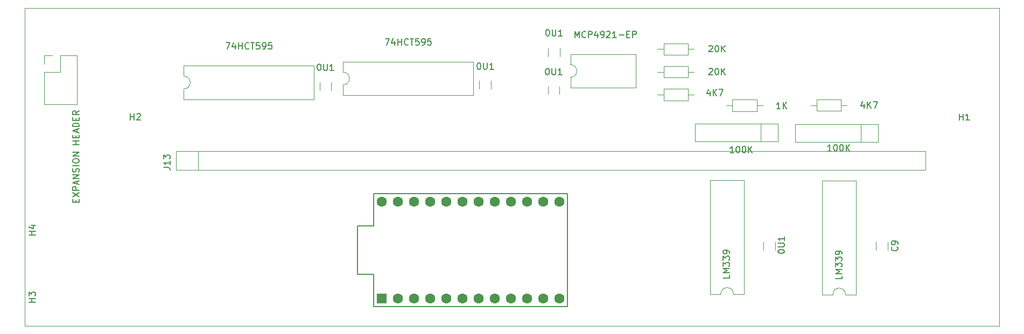
<source format=gbr>
G04 #@! TF.GenerationSoftware,KiCad,Pcbnew,(5.99.0-2620-gc6e388db1)*
G04 #@! TF.CreationDate,2020-10-01T22:16:18+03:00*
G04 #@! TF.ProjectId,TH-XWhatsIt-F,54482d58-5768-4617-9473-49742d462e6b,0.0.3*
G04 #@! TF.SameCoordinates,Original*
G04 #@! TF.FileFunction,Legend,Top*
G04 #@! TF.FilePolarity,Positive*
%FSLAX46Y46*%
G04 Gerber Fmt 4.6, Leading zero omitted, Abs format (unit mm)*
G04 Created by KiCad (PCBNEW (5.99.0-2620-gc6e388db1)) date 2020-10-01 22:16:18*
%MOMM*%
%LPD*%
G01*
G04 APERTURE LIST*
G04 #@! TA.AperFunction,Profile*
%ADD10C,0.050000*%
G04 #@! TD*
%ADD11C,0.150000*%
%ADD12C,0.120000*%
%ADD13R,1.600000X1.600000*%
%ADD14C,1.600000*%
G04 APERTURE END LIST*
D10*
X39166800Y-128676400D02*
X192481200Y-128676400D01*
X192481200Y-128676400D02*
X192481200Y-178714400D01*
X192481200Y-178714400D02*
X39166800Y-178714400D01*
X39166800Y-178714400D02*
X39166800Y-128676400D01*
D11*
X95892182Y-133501124D02*
X96558849Y-133501124D01*
X96130278Y-134501124D01*
X97368373Y-133834458D02*
X97368373Y-134501124D01*
X97130278Y-133453505D02*
X96892182Y-134167791D01*
X97511230Y-134167791D01*
X97892182Y-134501124D02*
X97892182Y-133501124D01*
X97892182Y-133977315D02*
X98463611Y-133977315D01*
X98463611Y-134501124D02*
X98463611Y-133501124D01*
X99511230Y-134405886D02*
X99463611Y-134453505D01*
X99320754Y-134501124D01*
X99225516Y-134501124D01*
X99082659Y-134453505D01*
X98987420Y-134358267D01*
X98939801Y-134263029D01*
X98892182Y-134072553D01*
X98892182Y-133929696D01*
X98939801Y-133739220D01*
X98987420Y-133643982D01*
X99082659Y-133548744D01*
X99225516Y-133501124D01*
X99320754Y-133501124D01*
X99463611Y-133548744D01*
X99511230Y-133596363D01*
X99796944Y-133501124D02*
X100368373Y-133501124D01*
X100082659Y-134501124D02*
X100082659Y-133501124D01*
X101177897Y-133501124D02*
X100701706Y-133501124D01*
X100654087Y-133977315D01*
X100701706Y-133929696D01*
X100796944Y-133882077D01*
X101035040Y-133882077D01*
X101130278Y-133929696D01*
X101177897Y-133977315D01*
X101225516Y-134072553D01*
X101225516Y-134310648D01*
X101177897Y-134405886D01*
X101130278Y-134453505D01*
X101035040Y-134501124D01*
X100796944Y-134501124D01*
X100701706Y-134453505D01*
X100654087Y-134405886D01*
X101701706Y-134501124D02*
X101892182Y-134501124D01*
X101987420Y-134453505D01*
X102035040Y-134405886D01*
X102130278Y-134263029D01*
X102177897Y-134072553D01*
X102177897Y-133691601D01*
X102130278Y-133596363D01*
X102082659Y-133548744D01*
X101987420Y-133501124D01*
X101796944Y-133501124D01*
X101701706Y-133548744D01*
X101654087Y-133596363D01*
X101606468Y-133691601D01*
X101606468Y-133929696D01*
X101654087Y-134024934D01*
X101701706Y-134072553D01*
X101796944Y-134120172D01*
X101987420Y-134120172D01*
X102082659Y-134072553D01*
X102130278Y-134024934D01*
X102177897Y-133929696D01*
X103082659Y-133501124D02*
X102606468Y-133501124D01*
X102558849Y-133977315D01*
X102606468Y-133929696D01*
X102701706Y-133882077D01*
X102939801Y-133882077D01*
X103035040Y-133929696D01*
X103082659Y-133977315D01*
X103130278Y-134072553D01*
X103130278Y-134310648D01*
X103082659Y-134405886D01*
X103035040Y-134453505D01*
X102939801Y-134501124D01*
X102701706Y-134501124D01*
X102606468Y-134453505D01*
X102558849Y-134405886D01*
X146794695Y-138257019D02*
X146842314Y-138209400D01*
X146937552Y-138161780D01*
X147175647Y-138161780D01*
X147270885Y-138209400D01*
X147318504Y-138257019D01*
X147366123Y-138352257D01*
X147366123Y-138447495D01*
X147318504Y-138590352D01*
X146747076Y-139161780D01*
X147366123Y-139161780D01*
X147985171Y-138161780D02*
X148080409Y-138161780D01*
X148175647Y-138209400D01*
X148223266Y-138257019D01*
X148270885Y-138352257D01*
X148318504Y-138542733D01*
X148318504Y-138780828D01*
X148270885Y-138971304D01*
X148223266Y-139066542D01*
X148175647Y-139114161D01*
X148080409Y-139161780D01*
X147985171Y-139161780D01*
X147889933Y-139114161D01*
X147842314Y-139066542D01*
X147794695Y-138971304D01*
X147747076Y-138780828D01*
X147747076Y-138542733D01*
X147794695Y-138352257D01*
X147842314Y-138257019D01*
X147889933Y-138209400D01*
X147985171Y-138161780D01*
X148747076Y-139161780D02*
X148747076Y-138161780D01*
X149318504Y-139161780D02*
X148889933Y-138590352D01*
X149318504Y-138161780D02*
X148747076Y-138733209D01*
X150010957Y-170692796D02*
X150010957Y-171168986D01*
X149010957Y-171168986D01*
X150010957Y-170359462D02*
X149010957Y-170359462D01*
X149725243Y-170026129D01*
X149010957Y-169692796D01*
X150010957Y-169692796D01*
X149010957Y-169311843D02*
X149010957Y-168692796D01*
X149391910Y-169026129D01*
X149391910Y-168883272D01*
X149439529Y-168788034D01*
X149487148Y-168740415D01*
X149582386Y-168692796D01*
X149820481Y-168692796D01*
X149915719Y-168740415D01*
X149963338Y-168788034D01*
X150010957Y-168883272D01*
X150010957Y-169168986D01*
X149963338Y-169264224D01*
X149915719Y-169311843D01*
X149010957Y-168359462D02*
X149010957Y-167740415D01*
X149391910Y-168073748D01*
X149391910Y-167930891D01*
X149439529Y-167835653D01*
X149487148Y-167788034D01*
X149582386Y-167740415D01*
X149820481Y-167740415D01*
X149915719Y-167788034D01*
X149963338Y-167835653D01*
X150010957Y-167930891D01*
X150010957Y-168216605D01*
X149963338Y-168311843D01*
X149915719Y-168359462D01*
X150010957Y-167264224D02*
X150010957Y-167073748D01*
X149963338Y-166978510D01*
X149915719Y-166930891D01*
X149772862Y-166835653D01*
X149582386Y-166788034D01*
X149201434Y-166788034D01*
X149106196Y-166835653D01*
X149058577Y-166883272D01*
X149010957Y-166978510D01*
X149010957Y-167168986D01*
X149058577Y-167264224D01*
X149106196Y-167311843D01*
X149201434Y-167359462D01*
X149439529Y-167359462D01*
X149534767Y-167311843D01*
X149582386Y-167264224D01*
X149630005Y-167168986D01*
X149630005Y-166978510D01*
X149582386Y-166883272D01*
X149534767Y-166835653D01*
X149439529Y-166788034D01*
X125700289Y-133335530D02*
X125700289Y-132335530D01*
X126033622Y-133049816D01*
X126366955Y-132335530D01*
X126366955Y-133335530D01*
X127414574Y-133240292D02*
X127366955Y-133287911D01*
X127224098Y-133335530D01*
X127128860Y-133335530D01*
X126986003Y-133287911D01*
X126890765Y-133192673D01*
X126843146Y-133097435D01*
X126795527Y-132906959D01*
X126795527Y-132764102D01*
X126843146Y-132573626D01*
X126890765Y-132478388D01*
X126986003Y-132383150D01*
X127128860Y-132335530D01*
X127224098Y-132335530D01*
X127366955Y-132383150D01*
X127414574Y-132430769D01*
X127843146Y-133335530D02*
X127843146Y-132335530D01*
X128224098Y-132335530D01*
X128319336Y-132383150D01*
X128366955Y-132430769D01*
X128414574Y-132526007D01*
X128414574Y-132668864D01*
X128366955Y-132764102D01*
X128319336Y-132811721D01*
X128224098Y-132859340D01*
X127843146Y-132859340D01*
X129271717Y-132668864D02*
X129271717Y-133335530D01*
X129033622Y-132287911D02*
X128795527Y-133002197D01*
X129414574Y-133002197D01*
X129843146Y-133335530D02*
X130033622Y-133335530D01*
X130128860Y-133287911D01*
X130176479Y-133240292D01*
X130271717Y-133097435D01*
X130319336Y-132906959D01*
X130319336Y-132526007D01*
X130271717Y-132430769D01*
X130224098Y-132383150D01*
X130128860Y-132335530D01*
X129938384Y-132335530D01*
X129843146Y-132383150D01*
X129795527Y-132430769D01*
X129747908Y-132526007D01*
X129747908Y-132764102D01*
X129795527Y-132859340D01*
X129843146Y-132906959D01*
X129938384Y-132954578D01*
X130128860Y-132954578D01*
X130224098Y-132906959D01*
X130271717Y-132859340D01*
X130319336Y-132764102D01*
X130700289Y-132430769D02*
X130747908Y-132383150D01*
X130843146Y-132335530D01*
X131081241Y-132335530D01*
X131176479Y-132383150D01*
X131224098Y-132430769D01*
X131271717Y-132526007D01*
X131271717Y-132621245D01*
X131224098Y-132764102D01*
X130652670Y-133335530D01*
X131271717Y-133335530D01*
X132224098Y-133335530D02*
X131652670Y-133335530D01*
X131938384Y-133335530D02*
X131938384Y-132335530D01*
X131843146Y-132478388D01*
X131747908Y-132573626D01*
X131652670Y-132621245D01*
X132652670Y-132954578D02*
X133414574Y-132954578D01*
X133890765Y-132811721D02*
X134224098Y-132811721D01*
X134366955Y-133335530D02*
X133890765Y-133335530D01*
X133890765Y-132335530D01*
X134366955Y-132335530D01*
X134795527Y-133335530D02*
X134795527Y-132335530D01*
X135176479Y-132335530D01*
X135271717Y-132383150D01*
X135319336Y-132430769D01*
X135366955Y-132526007D01*
X135366955Y-132668864D01*
X135319336Y-132764102D01*
X135271717Y-132811721D01*
X135176479Y-132859340D01*
X134795527Y-132859340D01*
X121378322Y-132058359D02*
X121473561Y-132058359D01*
X121568799Y-132105979D01*
X121616418Y-132153598D01*
X121664037Y-132248836D01*
X121711656Y-132439312D01*
X121711656Y-132677407D01*
X121664037Y-132867883D01*
X121616418Y-132963121D01*
X121568799Y-133010740D01*
X121473561Y-133058359D01*
X121378322Y-133058359D01*
X121283084Y-133010740D01*
X121235465Y-132963121D01*
X121187846Y-132867883D01*
X121140227Y-132677407D01*
X121140227Y-132439312D01*
X121187846Y-132248836D01*
X121235465Y-132153598D01*
X121283084Y-132105979D01*
X121378322Y-132058359D01*
X122140227Y-132058359D02*
X122140227Y-132867883D01*
X122187846Y-132963121D01*
X122235465Y-133010740D01*
X122330703Y-133058359D01*
X122521180Y-133058359D01*
X122616418Y-133010740D01*
X122664037Y-132963121D01*
X122711656Y-132867883D01*
X122711656Y-132058359D01*
X123711656Y-133058359D02*
X123140227Y-133058359D01*
X123425942Y-133058359D02*
X123425942Y-132058359D01*
X123330703Y-132201217D01*
X123235465Y-132296455D01*
X123140227Y-132344074D01*
X146794695Y-134675619D02*
X146842314Y-134628000D01*
X146937552Y-134580380D01*
X147175647Y-134580380D01*
X147270885Y-134628000D01*
X147318504Y-134675619D01*
X147366123Y-134770857D01*
X147366123Y-134866095D01*
X147318504Y-135008952D01*
X146747076Y-135580380D01*
X147366123Y-135580380D01*
X147985171Y-134580380D02*
X148080409Y-134580380D01*
X148175647Y-134628000D01*
X148223266Y-134675619D01*
X148270885Y-134770857D01*
X148318504Y-134961333D01*
X148318504Y-135199428D01*
X148270885Y-135389904D01*
X148223266Y-135485142D01*
X148175647Y-135532761D01*
X148080409Y-135580380D01*
X147985171Y-135580380D01*
X147889933Y-135532761D01*
X147842314Y-135485142D01*
X147794695Y-135389904D01*
X147747076Y-135199428D01*
X147747076Y-134961333D01*
X147794695Y-134770857D01*
X147842314Y-134675619D01*
X147889933Y-134628000D01*
X147985171Y-134580380D01*
X148747076Y-135580380D02*
X148747076Y-134580380D01*
X149318504Y-135580380D02*
X148889933Y-135008952D01*
X149318504Y-134580380D02*
X148747076Y-135151809D01*
X47206293Y-159208900D02*
X47206293Y-158875566D01*
X47730102Y-158732709D02*
X47730102Y-159208900D01*
X46730102Y-159208900D01*
X46730102Y-158732709D01*
X46730102Y-158399376D02*
X47730102Y-157732709D01*
X46730102Y-157732709D02*
X47730102Y-158399376D01*
X47730102Y-157351757D02*
X46730102Y-157351757D01*
X46730102Y-156970804D01*
X46777722Y-156875566D01*
X46825341Y-156827947D01*
X46920579Y-156780328D01*
X47063436Y-156780328D01*
X47158674Y-156827947D01*
X47206293Y-156875566D01*
X47253912Y-156970804D01*
X47253912Y-157351757D01*
X47444388Y-156399376D02*
X47444388Y-155923185D01*
X47730102Y-156494614D02*
X46730102Y-156161281D01*
X47730102Y-155827947D01*
X47730102Y-155494614D02*
X46730102Y-155494614D01*
X47730102Y-154923185D01*
X46730102Y-154923185D01*
X47682483Y-154494614D02*
X47730102Y-154351757D01*
X47730102Y-154113662D01*
X47682483Y-154018423D01*
X47634864Y-153970804D01*
X47539626Y-153923185D01*
X47444388Y-153923185D01*
X47349150Y-153970804D01*
X47301531Y-154018423D01*
X47253912Y-154113662D01*
X47206293Y-154304138D01*
X47158674Y-154399376D01*
X47111055Y-154446995D01*
X47015817Y-154494614D01*
X46920579Y-154494614D01*
X46825341Y-154446995D01*
X46777722Y-154399376D01*
X46730102Y-154304138D01*
X46730102Y-154066043D01*
X46777722Y-153923185D01*
X47730102Y-153494614D02*
X46730102Y-153494614D01*
X46730102Y-152827947D02*
X46730102Y-152637471D01*
X46777722Y-152542233D01*
X46872960Y-152446995D01*
X47063436Y-152399376D01*
X47396769Y-152399376D01*
X47587245Y-152446995D01*
X47682483Y-152542233D01*
X47730102Y-152637471D01*
X47730102Y-152827947D01*
X47682483Y-152923185D01*
X47587245Y-153018423D01*
X47396769Y-153066043D01*
X47063436Y-153066043D01*
X46872960Y-153018423D01*
X46777722Y-152923185D01*
X46730102Y-152827947D01*
X47730102Y-151970804D02*
X46730102Y-151970804D01*
X47730102Y-151399376D01*
X46730102Y-151399376D01*
X47730102Y-150161281D02*
X46730102Y-150161281D01*
X47206293Y-150161281D02*
X47206293Y-149589852D01*
X47730102Y-149589852D02*
X46730102Y-149589852D01*
X47206293Y-149113662D02*
X47206293Y-148780328D01*
X47730102Y-148637471D02*
X47730102Y-149113662D01*
X46730102Y-149113662D01*
X46730102Y-148637471D01*
X47444388Y-148256519D02*
X47444388Y-147780328D01*
X47730102Y-148351757D02*
X46730102Y-148018423D01*
X47730102Y-147685090D01*
X47730102Y-147351757D02*
X46730102Y-147351757D01*
X46730102Y-147113662D01*
X46777722Y-146970804D01*
X46872960Y-146875566D01*
X46968198Y-146827947D01*
X47158674Y-146780328D01*
X47301531Y-146780328D01*
X47492007Y-146827947D01*
X47587245Y-146875566D01*
X47682483Y-146970804D01*
X47730102Y-147113662D01*
X47730102Y-147351757D01*
X47206293Y-146351757D02*
X47206293Y-146018423D01*
X47730102Y-145875566D02*
X47730102Y-146351757D01*
X46730102Y-146351757D01*
X46730102Y-145875566D01*
X47730102Y-144875566D02*
X47253912Y-145208900D01*
X47730102Y-145446995D02*
X46730102Y-145446995D01*
X46730102Y-145066043D01*
X46777722Y-144970804D01*
X46825341Y-144923185D01*
X46920579Y-144875566D01*
X47063436Y-144875566D01*
X47158674Y-144923185D01*
X47206293Y-144970804D01*
X47253912Y-145066043D01*
X47253912Y-145446995D01*
X146940685Y-141822514D02*
X146940685Y-142489180D01*
X146702590Y-141441561D02*
X146464495Y-142155847D01*
X147083542Y-142155847D01*
X147464495Y-142489180D02*
X147464495Y-141489180D01*
X148035923Y-142489180D02*
X147607352Y-141917752D01*
X148035923Y-141489180D02*
X147464495Y-142060609D01*
X148369257Y-141489180D02*
X149035923Y-141489180D01*
X148607352Y-142489180D01*
X70832230Y-134124492D02*
X71498897Y-134124492D01*
X71070326Y-135124492D01*
X72308421Y-134457826D02*
X72308421Y-135124492D01*
X72070326Y-134076873D02*
X71832230Y-134791159D01*
X72451278Y-134791159D01*
X72832230Y-135124492D02*
X72832230Y-134124492D01*
X72832230Y-134600683D02*
X73403659Y-134600683D01*
X73403659Y-135124492D02*
X73403659Y-134124492D01*
X74451278Y-135029254D02*
X74403659Y-135076873D01*
X74260802Y-135124492D01*
X74165564Y-135124492D01*
X74022707Y-135076873D01*
X73927468Y-134981635D01*
X73879849Y-134886397D01*
X73832230Y-134695921D01*
X73832230Y-134553064D01*
X73879849Y-134362588D01*
X73927468Y-134267350D01*
X74022707Y-134172112D01*
X74165564Y-134124492D01*
X74260802Y-134124492D01*
X74403659Y-134172112D01*
X74451278Y-134219731D01*
X74736992Y-134124492D02*
X75308421Y-134124492D01*
X75022707Y-135124492D02*
X75022707Y-134124492D01*
X76117945Y-134124492D02*
X75641754Y-134124492D01*
X75594135Y-134600683D01*
X75641754Y-134553064D01*
X75736992Y-134505445D01*
X75975088Y-134505445D01*
X76070326Y-134553064D01*
X76117945Y-134600683D01*
X76165564Y-134695921D01*
X76165564Y-134934016D01*
X76117945Y-135029254D01*
X76070326Y-135076873D01*
X75975088Y-135124492D01*
X75736992Y-135124492D01*
X75641754Y-135076873D01*
X75594135Y-135029254D01*
X76641754Y-135124492D02*
X76832230Y-135124492D01*
X76927468Y-135076873D01*
X76975088Y-135029254D01*
X77070326Y-134886397D01*
X77117945Y-134695921D01*
X77117945Y-134314969D01*
X77070326Y-134219731D01*
X77022707Y-134172112D01*
X76927468Y-134124492D01*
X76736992Y-134124492D01*
X76641754Y-134172112D01*
X76594135Y-134219731D01*
X76546516Y-134314969D01*
X76546516Y-134553064D01*
X76594135Y-134648302D01*
X76641754Y-134695921D01*
X76736992Y-134743540D01*
X76927468Y-134743540D01*
X77022707Y-134695921D01*
X77070326Y-134648302D01*
X77117945Y-134553064D01*
X78022707Y-134124492D02*
X77546516Y-134124492D01*
X77498897Y-134600683D01*
X77546516Y-134553064D01*
X77641754Y-134505445D01*
X77879849Y-134505445D01*
X77975088Y-134553064D01*
X78022707Y-134600683D01*
X78070326Y-134695921D01*
X78070326Y-134934016D01*
X78022707Y-135029254D01*
X77975088Y-135076873D01*
X77879849Y-135124492D01*
X77641754Y-135124492D01*
X77546516Y-135076873D01*
X77498897Y-135029254D01*
X85448561Y-137504632D02*
X85543800Y-137504632D01*
X85639038Y-137552252D01*
X85686657Y-137599871D01*
X85734276Y-137695109D01*
X85781895Y-137885585D01*
X85781895Y-138123680D01*
X85734276Y-138314156D01*
X85686657Y-138409394D01*
X85639038Y-138457013D01*
X85543800Y-138504632D01*
X85448561Y-138504632D01*
X85353323Y-138457013D01*
X85305704Y-138409394D01*
X85258085Y-138314156D01*
X85210466Y-138123680D01*
X85210466Y-137885585D01*
X85258085Y-137695109D01*
X85305704Y-137599871D01*
X85353323Y-137552252D01*
X85448561Y-137504632D01*
X86210466Y-137504632D02*
X86210466Y-138314156D01*
X86258085Y-138409394D01*
X86305704Y-138457013D01*
X86400942Y-138504632D01*
X86591419Y-138504632D01*
X86686657Y-138457013D01*
X86734276Y-138409394D01*
X86781895Y-138314156D01*
X86781895Y-137504632D01*
X87781895Y-138504632D02*
X87210466Y-138504632D01*
X87496181Y-138504632D02*
X87496181Y-137504632D01*
X87400942Y-137647490D01*
X87305704Y-137742728D01*
X87210466Y-137790347D01*
X110573145Y-137308688D02*
X110668384Y-137308688D01*
X110763622Y-137356308D01*
X110811241Y-137403927D01*
X110858860Y-137499165D01*
X110906479Y-137689641D01*
X110906479Y-137927736D01*
X110858860Y-138118212D01*
X110811241Y-138213450D01*
X110763622Y-138261069D01*
X110668384Y-138308688D01*
X110573145Y-138308688D01*
X110477907Y-138261069D01*
X110430288Y-138213450D01*
X110382669Y-138118212D01*
X110335050Y-137927736D01*
X110335050Y-137689641D01*
X110382669Y-137499165D01*
X110430288Y-137403927D01*
X110477907Y-137356308D01*
X110573145Y-137308688D01*
X111335050Y-137308688D02*
X111335050Y-138118212D01*
X111382669Y-138213450D01*
X111430288Y-138261069D01*
X111525526Y-138308688D01*
X111716003Y-138308688D01*
X111811241Y-138261069D01*
X111858860Y-138213450D01*
X111906479Y-138118212D01*
X111906479Y-137308688D01*
X112906479Y-138308688D02*
X112335050Y-138308688D01*
X112620765Y-138308688D02*
X112620765Y-137308688D01*
X112525526Y-137451546D01*
X112430288Y-137546784D01*
X112335050Y-137594403D01*
X121342762Y-138171507D02*
X121438001Y-138171507D01*
X121533239Y-138219127D01*
X121580858Y-138266746D01*
X121628477Y-138361984D01*
X121676096Y-138552460D01*
X121676096Y-138790555D01*
X121628477Y-138981031D01*
X121580858Y-139076269D01*
X121533239Y-139123888D01*
X121438001Y-139171507D01*
X121342762Y-139171507D01*
X121247524Y-139123888D01*
X121199905Y-139076269D01*
X121152286Y-138981031D01*
X121104667Y-138790555D01*
X121104667Y-138552460D01*
X121152286Y-138361984D01*
X121199905Y-138266746D01*
X121247524Y-138219127D01*
X121342762Y-138171507D01*
X122104667Y-138171507D02*
X122104667Y-138981031D01*
X122152286Y-139076269D01*
X122199905Y-139123888D01*
X122295143Y-139171507D01*
X122485620Y-139171507D01*
X122580858Y-139123888D01*
X122628477Y-139076269D01*
X122676096Y-138981031D01*
X122676096Y-138171507D01*
X123676096Y-139171507D02*
X123104667Y-139171507D01*
X123390382Y-139171507D02*
X123390382Y-138171507D01*
X123295143Y-138314365D01*
X123199905Y-138409603D01*
X123104667Y-138457222D01*
X158027714Y-144521180D02*
X157456285Y-144521180D01*
X157742000Y-144521180D02*
X157742000Y-143521180D01*
X157646761Y-143664038D01*
X157551523Y-143759276D01*
X157456285Y-143806895D01*
X158456285Y-144521180D02*
X158456285Y-143521180D01*
X159027714Y-144521180D02*
X158599142Y-143949752D01*
X159027714Y-143521180D02*
X158456285Y-144092609D01*
X61032140Y-153758163D02*
X61746426Y-153758163D01*
X61889283Y-153805782D01*
X61984521Y-153901020D01*
X62032140Y-154043878D01*
X62032140Y-154139116D01*
X62032140Y-152758163D02*
X62032140Y-153329592D01*
X62032140Y-153043878D02*
X61032140Y-153043878D01*
X61174998Y-153139116D01*
X61270236Y-153234354D01*
X61317855Y-153329592D01*
X61032140Y-152424830D02*
X61032140Y-151805782D01*
X61413093Y-152139116D01*
X61413093Y-151996259D01*
X61460712Y-151901020D01*
X61508331Y-151853401D01*
X61603569Y-151805782D01*
X61841664Y-151805782D01*
X61936902Y-151853401D01*
X61984521Y-151901020D01*
X62032140Y-151996259D01*
X62032140Y-152281973D01*
X61984521Y-152377211D01*
X61936902Y-152424830D01*
X166028829Y-151169632D02*
X165457400Y-151169632D01*
X165743115Y-151169632D02*
X165743115Y-150169632D01*
X165647876Y-150312490D01*
X165552638Y-150407728D01*
X165457400Y-150455347D01*
X166647876Y-150169632D02*
X166743115Y-150169632D01*
X166838353Y-150217252D01*
X166885972Y-150264871D01*
X166933591Y-150360109D01*
X166981210Y-150550585D01*
X166981210Y-150788680D01*
X166933591Y-150979156D01*
X166885972Y-151074394D01*
X166838353Y-151122013D01*
X166743115Y-151169632D01*
X166647876Y-151169632D01*
X166552638Y-151122013D01*
X166505019Y-151074394D01*
X166457400Y-150979156D01*
X166409781Y-150788680D01*
X166409781Y-150550585D01*
X166457400Y-150360109D01*
X166505019Y-150264871D01*
X166552638Y-150217252D01*
X166647876Y-150169632D01*
X167600257Y-150169632D02*
X167695496Y-150169632D01*
X167790734Y-150217252D01*
X167838353Y-150264871D01*
X167885972Y-150360109D01*
X167933591Y-150550585D01*
X167933591Y-150788680D01*
X167885972Y-150979156D01*
X167838353Y-151074394D01*
X167790734Y-151122013D01*
X167695496Y-151169632D01*
X167600257Y-151169632D01*
X167505019Y-151122013D01*
X167457400Y-151074394D01*
X167409781Y-150979156D01*
X167362162Y-150788680D01*
X167362162Y-150550585D01*
X167409781Y-150360109D01*
X167457400Y-150264871D01*
X167505019Y-150217252D01*
X167600257Y-150169632D01*
X168362162Y-151169632D02*
X168362162Y-150169632D01*
X168933591Y-151169632D02*
X168505019Y-150598204D01*
X168933591Y-150169632D02*
X168362162Y-150741061D01*
X167687143Y-170821438D02*
X167687143Y-171297628D01*
X166687143Y-171297628D01*
X167687143Y-170488104D02*
X166687143Y-170488104D01*
X167401429Y-170154771D01*
X166687143Y-169821438D01*
X167687143Y-169821438D01*
X166687143Y-169440485D02*
X166687143Y-168821438D01*
X167068096Y-169154771D01*
X167068096Y-169011914D01*
X167115715Y-168916676D01*
X167163334Y-168869057D01*
X167258572Y-168821438D01*
X167496667Y-168821438D01*
X167591905Y-168869057D01*
X167639524Y-168916676D01*
X167687143Y-169011914D01*
X167687143Y-169297628D01*
X167639524Y-169392866D01*
X167591905Y-169440485D01*
X166687143Y-168488104D02*
X166687143Y-167869057D01*
X167068096Y-168202390D01*
X167068096Y-168059533D01*
X167115715Y-167964295D01*
X167163334Y-167916676D01*
X167258572Y-167869057D01*
X167496667Y-167869057D01*
X167591905Y-167916676D01*
X167639524Y-167964295D01*
X167687143Y-168059533D01*
X167687143Y-168345247D01*
X167639524Y-168440485D01*
X167591905Y-168488104D01*
X167687143Y-167392866D02*
X167687143Y-167202390D01*
X167639524Y-167107152D01*
X167591905Y-167059533D01*
X167449048Y-166964295D01*
X167258572Y-166916676D01*
X166877620Y-166916676D01*
X166782382Y-166964295D01*
X166734763Y-167011914D01*
X166687143Y-167107152D01*
X166687143Y-167297628D01*
X166734763Y-167392866D01*
X166782382Y-167440485D01*
X166877620Y-167488104D01*
X167115715Y-167488104D01*
X167210953Y-167440485D01*
X167258572Y-167392866D01*
X167306191Y-167297628D01*
X167306191Y-167107152D01*
X167258572Y-167011914D01*
X167210953Y-166964295D01*
X167115715Y-166916676D01*
X150699933Y-151455380D02*
X150128504Y-151455380D01*
X150414219Y-151455380D02*
X150414219Y-150455380D01*
X150318980Y-150598238D01*
X150223742Y-150693476D01*
X150128504Y-150741095D01*
X151318980Y-150455380D02*
X151414219Y-150455380D01*
X151509457Y-150503000D01*
X151557076Y-150550619D01*
X151604695Y-150645857D01*
X151652314Y-150836333D01*
X151652314Y-151074428D01*
X151604695Y-151264904D01*
X151557076Y-151360142D01*
X151509457Y-151407761D01*
X151414219Y-151455380D01*
X151318980Y-151455380D01*
X151223742Y-151407761D01*
X151176123Y-151360142D01*
X151128504Y-151264904D01*
X151080885Y-151074428D01*
X151080885Y-150836333D01*
X151128504Y-150645857D01*
X151176123Y-150550619D01*
X151223742Y-150503000D01*
X151318980Y-150455380D01*
X152271361Y-150455380D02*
X152366600Y-150455380D01*
X152461838Y-150503000D01*
X152509457Y-150550619D01*
X152557076Y-150645857D01*
X152604695Y-150836333D01*
X152604695Y-151074428D01*
X152557076Y-151264904D01*
X152509457Y-151360142D01*
X152461838Y-151407761D01*
X152366600Y-151455380D01*
X152271361Y-151455380D01*
X152176123Y-151407761D01*
X152128504Y-151360142D01*
X152080885Y-151264904D01*
X152033266Y-151074428D01*
X152033266Y-150836333D01*
X152080885Y-150645857D01*
X152128504Y-150550619D01*
X152176123Y-150503000D01*
X152271361Y-150455380D01*
X153033266Y-151455380D02*
X153033266Y-150455380D01*
X153604695Y-151455380D02*
X153176123Y-150883952D01*
X153604695Y-150455380D02*
X153033266Y-151026809D01*
X157660628Y-167030381D02*
X157660628Y-166935142D01*
X157708248Y-166839904D01*
X157755867Y-166792285D01*
X157851105Y-166744666D01*
X158041581Y-166697047D01*
X158279676Y-166697047D01*
X158470152Y-166744666D01*
X158565390Y-166792285D01*
X158613009Y-166839904D01*
X158660628Y-166935142D01*
X158660628Y-167030381D01*
X158613009Y-167125619D01*
X158565390Y-167173238D01*
X158470152Y-167220857D01*
X158279676Y-167268476D01*
X158041581Y-167268476D01*
X157851105Y-167220857D01*
X157755867Y-167173238D01*
X157708248Y-167125619D01*
X157660628Y-167030381D01*
X157660628Y-166268476D02*
X158470152Y-166268476D01*
X158565390Y-166220857D01*
X158613009Y-166173238D01*
X158660628Y-166078000D01*
X158660628Y-165887523D01*
X158613009Y-165792285D01*
X158565390Y-165744666D01*
X158470152Y-165697047D01*
X157660628Y-165697047D01*
X158660628Y-164697047D02*
X158660628Y-165268476D01*
X158660628Y-164982762D02*
X157660628Y-164982762D01*
X157803486Y-165078000D01*
X157898724Y-165173238D01*
X157946343Y-165268476D01*
X171197685Y-143752914D02*
X171197685Y-144419580D01*
X170959590Y-143371961D02*
X170721495Y-144086247D01*
X171340542Y-144086247D01*
X171721495Y-144419580D02*
X171721495Y-143419580D01*
X172292923Y-144419580D02*
X171864352Y-143848152D01*
X172292923Y-143419580D02*
X171721495Y-143991009D01*
X172626257Y-143419580D02*
X173292923Y-143419580D01*
X172864352Y-144419580D01*
X176397142Y-166287087D02*
X176444761Y-166334706D01*
X176492380Y-166477563D01*
X176492380Y-166572801D01*
X176444761Y-166715659D01*
X176349523Y-166810897D01*
X176254285Y-166858516D01*
X176063809Y-166906135D01*
X175920952Y-166906135D01*
X175730476Y-166858516D01*
X175635238Y-166810897D01*
X175540000Y-166715659D01*
X175492380Y-166572801D01*
X175492380Y-166477563D01*
X175540000Y-166334706D01*
X175587619Y-166287087D01*
X176492380Y-165810897D02*
X176492380Y-165620421D01*
X176444761Y-165525182D01*
X176397142Y-165477563D01*
X176254285Y-165382325D01*
X176063809Y-165334706D01*
X175682857Y-165334706D01*
X175587619Y-165382325D01*
X175540000Y-165429944D01*
X175492380Y-165525182D01*
X175492380Y-165715659D01*
X175540000Y-165810897D01*
X175587619Y-165858516D01*
X175682857Y-165906135D01*
X175920952Y-165906135D01*
X176016190Y-165858516D01*
X176063809Y-165810897D01*
X176111428Y-165715659D01*
X176111428Y-165525182D01*
X176063809Y-165429944D01*
X176016190Y-165382325D01*
X175920952Y-165334706D01*
X40854780Y-164405104D02*
X39854780Y-164405104D01*
X40330971Y-164405104D02*
X40330971Y-163833676D01*
X40854780Y-163833676D02*
X39854780Y-163833676D01*
X40188114Y-162928914D02*
X40854780Y-162928914D01*
X39807161Y-163167009D02*
X40521447Y-163405104D01*
X40521447Y-162786057D01*
X186182095Y-146336380D02*
X186182095Y-145336380D01*
X186182095Y-145812571D02*
X186753523Y-145812571D01*
X186753523Y-146336380D02*
X186753523Y-145336380D01*
X187753523Y-146336380D02*
X187182095Y-146336380D01*
X187467809Y-146336380D02*
X187467809Y-145336380D01*
X187372571Y-145479238D01*
X187277333Y-145574476D01*
X187182095Y-145622095D01*
X55829295Y-146285580D02*
X55829295Y-145285580D01*
X55829295Y-145761771D02*
X56400723Y-145761771D01*
X56400723Y-146285580D02*
X56400723Y-145285580D01*
X56829295Y-145380819D02*
X56876914Y-145333200D01*
X56972152Y-145285580D01*
X57210247Y-145285580D01*
X57305485Y-145333200D01*
X57353104Y-145380819D01*
X57400723Y-145476057D01*
X57400723Y-145571295D01*
X57353104Y-145714152D01*
X56781676Y-146285580D01*
X57400723Y-146285580D01*
X40854780Y-174955104D02*
X39854780Y-174955104D01*
X40330971Y-174955104D02*
X40330971Y-174383676D01*
X40854780Y-174383676D02*
X39854780Y-174383676D01*
X39854780Y-174002723D02*
X39854780Y-173383676D01*
X40235733Y-173717009D01*
X40235733Y-173574152D01*
X40283352Y-173478914D01*
X40330971Y-173431295D01*
X40426209Y-173383676D01*
X40664304Y-173383676D01*
X40759542Y-173431295D01*
X40807161Y-173478914D01*
X40854780Y-173574152D01*
X40854780Y-173859866D01*
X40807161Y-173955104D01*
X40759542Y-174002723D01*
D12*
X109715345Y-137113752D02*
X89275345Y-137113752D01*
X89275345Y-137113752D02*
X89275345Y-138763752D01*
X109715345Y-142413752D02*
X109715345Y-137113752D01*
X89275345Y-142413752D02*
X109715345Y-142413752D01*
X89275345Y-140763752D02*
X89275345Y-142413752D01*
X89275345Y-138763752D02*
G75*
G02*
X89275345Y-140763752I0J-1000000D01*
G01*
D11*
X94072218Y-157900593D02*
X124552218Y-157900593D01*
X124552218Y-157900593D02*
X124552218Y-175680593D01*
X94072218Y-170600593D02*
X91532218Y-170600593D01*
X94072218Y-175680593D02*
X124552218Y-175680593D01*
X91532218Y-162980593D02*
X94072218Y-162980593D01*
X94072218Y-175680593D02*
X94072218Y-170600593D01*
X94072218Y-162980593D02*
X94072218Y-157900593D01*
X91532218Y-170600593D02*
X91532218Y-162980593D01*
D12*
X139659600Y-137802100D02*
X139659600Y-139642100D01*
X144449600Y-138722100D02*
X143499600Y-138722100D01*
X143499600Y-139642100D02*
X143499600Y-137802100D01*
X138709600Y-138722100D02*
X139659600Y-138722100D01*
X139659600Y-139642100D02*
X143499600Y-139642100D01*
X143499600Y-137802100D02*
X139659600Y-137802100D01*
X152306800Y-155793852D02*
X147006800Y-155793852D01*
X147006800Y-155793852D02*
X147006800Y-173693852D01*
X152306800Y-173693852D02*
X152306800Y-155793852D01*
X147006800Y-173693852D02*
X148656800Y-173693852D01*
X150656800Y-173693852D02*
X152306800Y-173693852D01*
X148656800Y-173693852D02*
G75*
G02*
X150656800Y-173693852I1000000J0D01*
G01*
X135292622Y-141248158D02*
X135292622Y-135948158D01*
X125012622Y-135948158D02*
X125012622Y-137598158D01*
X125012622Y-141248158D02*
X135292622Y-141248158D01*
X125012622Y-139598158D02*
X125012622Y-141248158D01*
X135292622Y-135948158D02*
X125012622Y-135948158D01*
X125012622Y-137598158D02*
G75*
G02*
X125012622Y-139598158I0J-1000000D01*
G01*
X123345942Y-135012918D02*
X123345942Y-136270918D01*
X121505942Y-135012918D02*
X121505942Y-136270918D01*
X139659600Y-134233400D02*
X139659600Y-136073400D01*
X144449600Y-135153400D02*
X143499600Y-135153400D01*
X143499600Y-136073400D02*
X143499600Y-134233400D01*
X138709600Y-135153400D02*
X139659600Y-135153400D01*
X139659600Y-136073400D02*
X143499600Y-136073400D01*
X143499600Y-134233400D02*
X139659600Y-134233400D01*
X42217096Y-138731035D02*
X42217096Y-143871035D01*
X44817096Y-136131035D02*
X47417096Y-136131035D01*
X42217096Y-136131035D02*
X43547096Y-136131035D01*
X42217096Y-143871035D02*
X47417096Y-143871035D01*
X47417096Y-136131035D02*
X47417096Y-143871035D01*
X42217096Y-137461035D02*
X42217096Y-136131035D01*
X42217096Y-138731035D02*
X44817096Y-138731035D01*
X44817096Y-138731035D02*
X44817096Y-136131035D01*
X143499600Y-143210800D02*
X143499600Y-141370800D01*
X138709600Y-142290800D02*
X139659600Y-142290800D01*
X139659600Y-141370800D02*
X139659600Y-143210800D01*
X144449600Y-142290800D02*
X143499600Y-142290800D01*
X143499600Y-141370800D02*
X139659600Y-141370800D01*
X139659600Y-143210800D02*
X143499600Y-143210800D01*
X64215393Y-141387120D02*
X64215393Y-143037120D01*
X64215393Y-137737120D02*
X64215393Y-139387120D01*
X64215393Y-143037120D02*
X84655393Y-143037120D01*
X84655393Y-143037120D02*
X84655393Y-137737120D01*
X84655393Y-137737120D02*
X64215393Y-137737120D01*
X64215393Y-139387120D02*
G75*
G02*
X64215393Y-141387120I0J-1000000D01*
G01*
X85576181Y-141598443D02*
X85576181Y-140340443D01*
X87416181Y-141598443D02*
X87416181Y-140340443D01*
X110700765Y-141402499D02*
X110700765Y-140144499D01*
X112540765Y-141402499D02*
X112540765Y-140144499D01*
X121470382Y-141007318D02*
X121470382Y-142265318D01*
X123310382Y-141007318D02*
X123310382Y-142265318D01*
X154320000Y-143098000D02*
X150480000Y-143098000D01*
X154320000Y-144938000D02*
X154320000Y-143098000D01*
X150480000Y-144938000D02*
X154320000Y-144938000D01*
X149530000Y-144018000D02*
X150480000Y-144018000D01*
X150480000Y-143098000D02*
X150480000Y-144938000D01*
X155270000Y-144018000D02*
X154320000Y-144018000D01*
X180809520Y-151169240D02*
X180809520Y-154169240D01*
X66449520Y-151169240D02*
X66449520Y-154169240D01*
X180809520Y-154169240D02*
X62969520Y-154169240D01*
X62969520Y-154169240D02*
X62969520Y-151169240D01*
X62969520Y-151169240D02*
X180809520Y-151169240D01*
X160358000Y-146936000D02*
X160358000Y-149736000D01*
X160358000Y-149736000D02*
X173398000Y-149736000D01*
X173398000Y-149736000D02*
X173398000Y-146936000D01*
X170688000Y-149736000D02*
X170688000Y-146936000D01*
X173398000Y-146936000D02*
X160358000Y-146936000D01*
X164622026Y-173778026D02*
X166272026Y-173778026D01*
X164622026Y-155878026D02*
X164622026Y-173778026D01*
X169922026Y-155878026D02*
X164622026Y-155878026D01*
X168272026Y-173778026D02*
X169922026Y-173778026D01*
X169922026Y-173778026D02*
X169922026Y-155878026D01*
X166272026Y-173778026D02*
G75*
G02*
X168272026Y-173778026I1000000J0D01*
G01*
X144610000Y-146885200D02*
X144610000Y-149685200D01*
X157650000Y-149685200D02*
X157650000Y-146885200D01*
X144610000Y-149685200D02*
X157650000Y-149685200D01*
X154940000Y-149685200D02*
X154940000Y-146885200D01*
X157650000Y-146885200D02*
X144610000Y-146885200D01*
X155347688Y-165491242D02*
X155347688Y-166749242D01*
X157187688Y-165491242D02*
X157187688Y-166749242D01*
X167578800Y-143047200D02*
X163738800Y-143047200D01*
X167578800Y-144887200D02*
X167578800Y-143047200D01*
X163738800Y-144887200D02*
X167578800Y-144887200D01*
X162788800Y-143967200D02*
X163738800Y-143967200D01*
X163738800Y-143047200D02*
X163738800Y-144887200D01*
X168528800Y-143967200D02*
X167578800Y-143967200D01*
X173070000Y-165491421D02*
X173070000Y-166749421D01*
X174910000Y-165491421D02*
X174910000Y-166749421D01*
D13*
X95342218Y-174410593D03*
D14*
X97882218Y-174410593D03*
X100422218Y-174410593D03*
X102962218Y-174410593D03*
X105502218Y-174410593D03*
X108042218Y-174410593D03*
X110582218Y-174410593D03*
X113122218Y-174410593D03*
X115662218Y-174410593D03*
X118202218Y-174410593D03*
X120742218Y-174410593D03*
X123282218Y-174410593D03*
X123282218Y-159170593D03*
X120742218Y-159170593D03*
X118202218Y-159170593D03*
X115662218Y-159170593D03*
X113122218Y-159170593D03*
X110582218Y-159170593D03*
X108042218Y-159170593D03*
X105502218Y-159170593D03*
X102962218Y-159170593D03*
X100422218Y-159170593D03*
X97882218Y-159170593D03*
X95342218Y-159170593D03*
M02*

</source>
